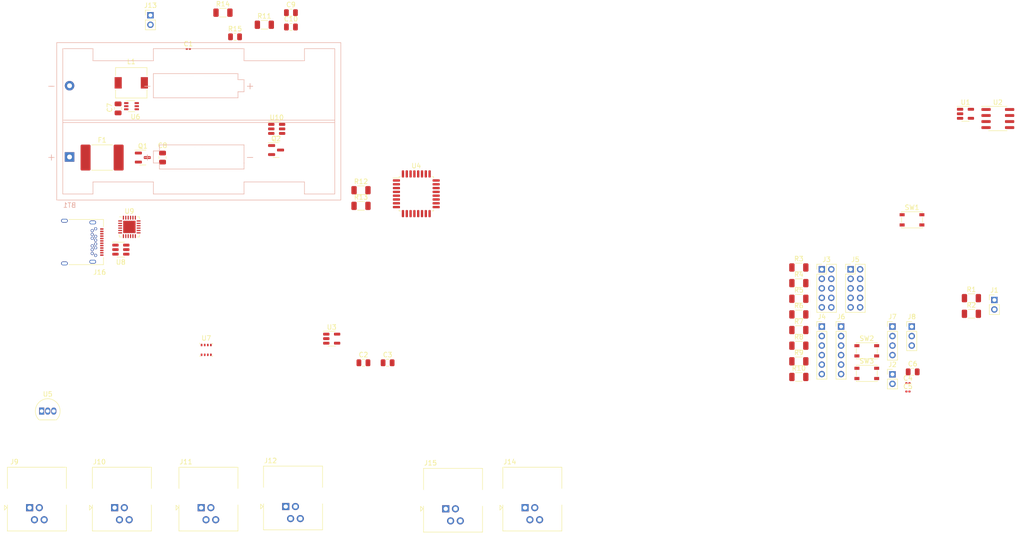
<source format=kicad_pcb>
(kicad_pcb (version 20221018) (generator pcbnew)
  (layers (0 "F.Cu" signal) (31 "B.Cu" signal) (34 "B.Paste" user) (35 "F.Paste" user) (36 "B.SilkS" user "B.Silkscreen") (37 "F.SilkS" user "F.Silkscreen") (38 "B.Mask" user) (39 "F.Mask" user) (44 "Edge.Cuts" user))
  (net 0 "")
  (net 1 "Net-(BT1-+)")
  (net 2 "GND")
  (net 3 "+3.3V")
  (net 4 "SENSOR_VDD")
  (net 5 "SWD_RESET")
  (net 6 "Net-(#FLG01-pwr)")
  (net 7 "+5V")
  (net 8 "Net-(Q1-D)")
  (net 9 "Net-(J2-Pin_2)")
  (net 10 "RF_RX")
  (net 11 "Sleep_Enable")
  (net 12 "I2C_SDA")
  (net 13 "5V_Enable")
  (net 14 "RF_TX")
  (net 15 "OneWire")
  (net 16 "I2C_SCL")
  (net 17 "SEN_ENABLE")
  (net 18 "SPI_SCK")
  (net 19 "SPI_MISO")
  (net 20 "SPI_MOSI")
  (net 21 "SPI_SS2")
  (net 24 "SWD_IO")
  (net 25 "BOOT0")
  (net 28 "WAKEUP_2")
  (net 53 "Net-(J16-GND-PadA1)")
  (net 56 "Net-(J16-VBUS-PadA4)")
  (net 72 "Net-(U6-L)")
  (net 73 "Net-(U3-~{OC})")
  (net 74 "WAKEUP_1")
  (net 75 "Net-(R10-Pad2)")
  (net 76 "/power_supply/VBAT_SENSE")
  (net 77 "Net-(U6-FB)")
  (net 78 "SPI_SS1")
  (net 82 "/USB/RX")
  (net 84 "/USB/TX")
  (net 109 "Net-(U9-GND-Pad2)")
  (footprint "Connector_PinHeader_2.00mm:PinHeader_1x04_P2.00mm_Vertical" (layer "F.Cu") (at 232.17 99.06)
    (fp_text reference "J7" (at 0 -2.06) (layer "F.SilkS"))
    (fp_text value "Conn_01x04_Pin")
    (pad "1" thru_hole rect (at 0 0) (size 1.35 1.35) (drill 0.8) (layers "*.Cu" "*.Mask") (net 3 "+3.3V"))
    (pad "2" thru_hole oval (at 0 2) (size 1.35 1.35) (drill 0.8) (layers "*.Cu" "*.Mask") (net 12 "I2C_SDA"))
    (pad "3" thru_hole oval (at 0 4) (size 1.35 1.35) (drill 0.8) (layers "*.Cu" "*.Mask") (net 16 "I2C_SCL"))
    (pad "4" thru_hole oval (at 0 6) (size 1.35 1.35) (drill 0.8) (layers "*.Cu" "*.Mask") (net 2 "GND"))
  )
  (footprint "Connector_PinHeader_2.00mm:PinHeader_1x06_P2.00mm_Vertical" (layer "F.Cu") (at 217.32 99.06)
    (fp_text reference "J4" (at 0 -2.06) (layer "F.SilkS"))
    (fp_text value "Conn_01x06_Pin")
    (pad "1" thru_hole rect (at 0 0) (size 1.35 1.35) (drill 0.8) (layers "*.Cu" "*.Mask") (net 3 "+3.3V"))
    (pad "2" thru_hole oval (at 0 2) (size 1.35 1.35) (drill 0.8) (layers "*.Cu" "*.Mask") (net 18 "SPI_SCK"))
    (pad "3" thru_hole oval (at 0 4) (size 1.35 1.35) (drill 0.8) (layers "*.Cu" "*.Mask") (net 19 "SPI_MISO"))
    (pad "4" thru_hole oval (at 0 6) (size 1.35 1.35) (drill 0.8) (layers "*.Cu" "*.Mask") (net 20 "SPI_MOSI"))
    (pad "5" thru_hole oval (at 0 8) (size 1.35 1.35) (drill 0.8) (layers "*.Cu" "*.Mask") (net 21 "SPI_SS2"))
    (pad "6" thru_hole oval (at 0 10) (size 1.35 1.35) (drill 0.8) (layers "*.Cu" "*.Mask") (net 2 "GND"))
  )
  (footprint "Button_Switch_SMD:SW_SPST_PTS810" (layer "F.Cu") (at 236.275 76.605)
    (fp_text reference "SW1" (at 0 -2.6) (layer "F.SilkS"))
    (fp_text value "SW_Push")
    (pad "1" smd rect (at -2.075 -1.075) (size 1.05 0.65) (layers "F.Cu" "F.Paste" "F.Mask") (net 3 "+3.3V"))
    (pad "1" smd rect (at 2.075 -1.075) (size 1.05 0.65) (layers "F.Cu" "F.Paste" "F.Mask") (net 3 "+3.3V"))
    (pad "2" smd rect (at -2.075 1.075) (size 1.05 0.65) (layers "F.Cu" "F.Paste" "F.Mask") (net 28 "WAKEUP_2"))
    (pad "2" smd rect (at 2.075 1.075) (size 1.05 0.65) (layers "F.Cu" "F.Paste" "F.Mask") (net 28 "WAKEUP_2"))
  )
  (footprint "Resistor_SMD:R_1206_3216Metric" (layer "F.Cu") (at 212.49 89.92)
    (fp_text reference "R4" (at 0 -1.82) (layer "F.SilkS"))
    (fp_text value "10K")
    (pad "1" smd roundrect (at -1.4625 0) (size 1.125 1.75) (layers "F.Cu" "F.Paste" "F.Mask") (roundrect_rratio 0.222222) (net 3 "+3.3V"))
    (pad "2" smd roundrect (at 1.4625 0) (size 1.125 1.75) (layers "F.Cu" "F.Paste" "F.Mask") (roundrect_rratio 0.222222) (net 16 "I2C_SCL"))
  )
  (footprint "Package_TO_SOT_SMD:Texas_R-PDSO-G6" (layer "F.Cu") (at 72.22 52.69)
    (fp_text reference "U6" (at 0.827005 2.240321) (layer "F.SilkS"))
    (fp_text value "TPS61222DCK")
    (pad "1" smd rect (at -1.1 -0.65) (size 0.9 0.4) (layers "F.Cu" "F.Paste" "F.Mask") (net 6 "Net-(#FLG01-pwr)"))
    (pad "2" smd rect (at -1.1 0) (size 0.9 0.4) (layers "F.Cu" "F.Paste" "F.Mask") (net 77 "Net-(U6-FB)"))
    (pad "3" smd rect (at -1.1 0.65) (size 0.9 0.4) (layers "F.Cu" "F.Paste" "F.Mask") (net 2 "GND"))
    (pad "4" smd rect (at 1.1 0.65) (size 0.9 0.4) (layers "F.Cu" "F.Paste" "F.Mask") (net 7 "+5V"))
    (pad "5" smd rect (at 1.1 0) (size 0.9 0.4) (layers "F.Cu" "F.Paste" "F.Mask") (net 72 "Net-(U6-L)"))
    (pad "6" smd rect (at 1.1 -0.65) (size 0.9 0.4) (layers "F.Cu" "F.Paste" "F.Mask") (net 13 "5V_Enable"))
  )
  (footprint "Resistor_SMD:R_1206_3216Metric" (layer "F.Cu") (at 120.4575 70.37)
    (fp_text reference "R12" (at 0 -1.82) (layer "F.SilkS"))
    (fp_text value "500K 1%")
    (pad "1" smd roundrect (at -1.4625 0) (size 1.125 1.75) (layers "F.Cu" "F.Paste" "F.Mask") (roundrect_rratio 0.222222) (net 3 "+3.3V"))
    (pad "2" smd roundrect (at 1.4625 0) (size 1.125 1.75) (layers "F.Cu" "F.Paste" "F.Mask") (roundrect_rratio 0.222222) (net 76 "/power_supply/VBAT_SENSE"))
  )
  (footprint "Package_QFP:LQFP-32_7x7mm_P0.8mm" (layer "F.Cu") (at 132.08 71.12)
    (fp_text reference "U4" (at 0 -5.88) (layer "F.SilkS"))
    (fp_text value "STM32G070KBT6")
    (pad "1" smd roundrect (at -4.175 -2.8) (size 1.5 0.5) (layers "F.Cu" "F.Paste" "F.Mask") (net 12 "I2C_SDA"))
    (pad "2" smd roundrect (at -4.175 -2) (size 1.5 0.5) (layers "F.Cu" "F.Paste" "F.Mask") (net 10 "RF_RX"))
    (pad "3" smd roundrect (at -4.175 -1.2) (size 1.5 0.5) (layers "F.Cu" "F.Paste" "F.Mask") (net 14 "RF_TX"))
    (pad "4" smd roundrect (at -4.175 -0.4) (size 1.5 0.5) (layers "F.Cu" "F.Paste" "F.Mask") (net 3 "+3.3V"))
    (pad "5" smd roundrect (at -4.175 0.4) (size 1.5 0.5) (layers "F.Cu" "F.Paste" "F.Mask") (net 2 "GND"))
    (pad "6" smd roundrect (at -4.175 1.2) (size 1.5 0.5) (layers "F.Cu" "F.Paste" "F.Mask") (net 5 "SWD_RESET"))
    (pad "7" smd roundrect (at -4.175 2) (size 1.5 0.5) (layers "F.Cu" "F.Paste" "F.Mask") (net 74 "WAKEUP_1"))
    (pad "8" smd roundrect (at -4.175 2.8) (size 1.5 0.5) (layers "F.Cu" "F.Paste" "F.Mask") (net 18 "SPI_SCK"))
    (pad "9" smd roundrect (at -2.8 4.175) (size 0.5 1.5) (layers "F.Cu" "F.Paste" "F.Mask"))
    (pad "10" smd roundrect (at -2 4.175) (size 0.5 1.5) (layers "F.Cu" "F.Paste" "F.Mask"))
    (pad "11" smd roundrect (at -1.2 4.175) (size 0.5 1.5) (layers "F.Cu" "F.Paste" "F.Mask") (net 28 "WAKEUP_2"))
    (pad "12" smd roundrect (at -0.4 4.175) (size 0.5 1.5) (layers "F.Cu" "F.Paste" "F.Mask") (net 76 "/power_supply/VBAT_SENSE"))
    (pad "13" smd roundrect (at 0.4 4.175) (size 0.5 1.5) (layers "F.Cu" "F.Paste" "F.Mask") (net 78 "SPI_SS1"))
    (pad "14" smd roundrect (at 1.2 4.175) (size 0.5 1.5) (layers "F.Cu" "F.Paste" "F.Mask") (net 21 "SPI_SS2"))
    (pad "15" smd roundrect (at 2 4.175) (size 0.5 1.5) (layers "F.Cu" "F.Paste" "F.Mask") (net 13 "5V_Enable"))
    (pad "16" smd roundrect (at 2.8 4.175) (size 0.5 1.5) (layers "F.Cu" "F.Paste" "F.Mask") (net 17 "SEN_ENABLE"))
    (pad "17" smd roundrect (at 4.175 2.8) (size 1.5 0.5) (layers "F.Cu" "F.Paste" "F.Mask") (net 11 "Sleep_Enable"))
    (pad "18" smd roundrect (at 4.175 2) (size 1.5 0.5) (layers "F.Cu" "F.Paste" "F.Mask") (net 15 "OneWire"))
    (pad "19" smd roundrect (at 4.175 1.2) (size 1.5 0.5) (layers "F.Cu" "F.Paste" "F.Mask") (net 82 "/USB/RX"))
    (pad "20" smd roundrect (at 4.175 0.4) (size 1.5 0.5) (layers "F.Cu" "F.Paste" "F.Mask"))
    (pad "21" smd roundrect (at 4.175 -0.4) (size 1.5 0.5) (layers "F.Cu" "F.Paste" "F.Mask") (net 84 "/USB/TX"))
    (pad "22" smd roundrect (at 4.175 -1.2) (size 1.5 0.5) (layers "F.Cu" "F.Paste" "F.Mask") (net 19 "SPI_MISO"))
    (pad "23" smd roundrect (at 4.175 -2) (size 1.5 0.5) (layers "F.Cu" "F.Paste" "F.Mask") (net 20 "SPI_MOSI"))
    (pad "24" smd roundrect (at 4.175 -2.8) (size 1.5 0.5) (layers "F.Cu" "F.Paste" "F.Mask") (net 24 "SWD_IO"))
    (pad "25" smd roundrect (at 2.8 -4.175) (size 0.5 1.5) (layers "F.Cu" "F.Paste" "F.Mask") (net 25 "BOOT0"))
    (pad "26" smd roundrect (at 2 -4.175) (size 0.5 1.5) (layers "F.Cu" "F.Paste" "F.Mask"))
    (pad "27" smd roundrect (at 1.2 -4.175) (size 0.5 1.5) (layers "F.Cu" "F.Paste" "F.Mask"))
    (pad "28" smd roundrect (at 0.4 -4.175) (size 0.5 1.5) (layers "F.Cu" "F.Paste" "F.Mask"))
    (pad "29" smd roundrect (at -0.4 -4.175) (size 0.5 1.5) (layers "F.Cu" "F.Paste" "F.Mask"))
    (pad "30" smd roundrect (at -1.2 -4.175) (size 0.5 1.5) (layers "F.Cu" "F.Paste" "F.Mask") (net 16 "I2C_SCL"))
    (pad "31" smd roundrect (at -2 -4.175) (size 0.5 1.5) (layers "F.Cu" "F.Paste" "F.Mask"))
    (pad "32" smd roundrect (at -2.8 -4.175) (size 0.5 1.5) (layers "F.Cu" "F.Paste" "F.Mask"))
  )
  (footprint "Resistor_SMD:R_1206_3216Metric" (layer "F.Cu") (at 212.49 109.66)
    (fp_text reference "R10" (at 0 -1.82) (layer "F.SilkS"))
    (fp_text value "1K")
    (pad "1" smd roundrect (at -1.4625 0) (size 1.125 1.75) (layers "F.Cu" "F.Paste" "F.Mask") (roundrect_rratio 0.222222) (net 5 "SWD_RESET"))
    (pad "2" smd roundrect (at 1.4625 0) (size 1.125 1.75) (layers "F.Cu" "F.Paste" "F.Mask") (roundrect_rratio 0.222222) (net 75 "Net-(R10-Pad2)"))
  )
  (footprint "Capacitor_SMD:C_0805_2012Metric" (layer "F.Cu") (at 120.97 106.68)
    (fp_text reference "C2" (at 0 -1.68) (layer "F.SilkS"))
    (fp_text value "10u")
    (pad "1" smd roundrect (at -0.95 0) (size 1 1.45) (layers "F.Cu" "F.Paste" "F.Mask") (net 4 "SENSOR_VDD"))
    (pad "2" smd roundrect (at 0.95 0) (size 1 1.45) (layers "F.Cu" "F.Paste" "F.Mask") (net 2 "GND"))
  )
  (footprint "Connector_RJ:RJ14_Connfly_DS1133-S4_Horizontal" (layer "F.Cu") (at 138.27 137.4)
    (fp_text reference "J15" (at -3.2 -9.64 180) (layer "F.SilkS"))
    (fp_text value "4P4C")
    (pad "" np_thru_hole circle (at -4.47 -2.3 180) (size 2.3 2.3) (drill 2.3) (layers "*.Cu" "*.Mask"))
    (pad "" np_thru_hole circle (at 7.53 -2.3 180) (size 2.3 2.3) (drill 2.3) (layers "*.Cu" "*.Mask"))
    (pad "1" thru_hole rect (at 0 0 180) (size 1.5 1.5) (drill 0.9) (layers "*.Cu" "*.Mask"))
    (pad "2" thru_hole circle (at 1.02 2.54 180) (size 1.5 1.5) (drill 0.9) (layers "*.Cu" "*.Mask"))
    (pad "3" thru_hole circle (at 2.04 0 180) (size 1.5 1.5) (drill 0.9) (layers "*.Cu" "*.Mask"))
    (pad "4" thru_hole circle (at 3.06 2.54 180) (size 1.5 1.5) (drill 0.9) (layers "*.Cu" "*.Mask"))
  )
  (footprint "Package_TO_SOT_SMD:SOT-23" (layer "F.Cu") (at 74.5975 63.5)
    (fp_text reference "Q1" (at 0 -2.4) (layer "F.SilkS"))
    (fp_text value "???")
    (pad "1" smd roundrect (at -0.9375 -0.95) (size 1.475 0.6) (layers "F.Cu" "F.Paste" "F.Mask") (net 2 "GND"))
    (pad "2" smd roundrect (at -0.9375 0.95) (size 1.475 0.6) (layers "F.Cu" "F.Paste" "F.Mask") (net 3 "+3.3V"))
    (pad "3" smd roundrect (at 0.9375 0) (size 1.475 0.6) (layers "F.Cu" "F.Paste" "F.Mask") (net 8 "Net-(Q1-D)"))
  )
  (footprint "Capacitor_SMD:C_0805_2012Metric" (layer "F.Cu") (at 126.05 106.68)
    (fp_text reference "C3" (at 0 -1.68) (layer "F.SilkS"))
    (fp_text value "100n")
    (pad "1" smd roundrect (at -0.95 0) (size 1 1.45) (layers "F.Cu" "F.Paste" "F.Mask") (net 4 "SENSOR_VDD"))
    (pad "2" smd roundrect (at 0.95 0) (size 1 1.45) (layers "F.Cu" "F.Paste" "F.Mask") (net 2 "GND"))
  )
  (footprint "Resistor_SMD:R_1206_3216Metric" (layer "F.Cu") (at 91.44 33.02)
    (fp_text reference "R14" (at 0 -1.82) (layer "F.SilkS"))
    (fp_text value "?? 1%")
    (pad "1" smd roundrect (at -1.4625 0) (size 1.125 1.75) (layers "F.Cu" "F.Paste" "F.Mask") (roundrect_rratio 0.222222) (net 7 "+5V"))
    (pad "2" smd roundrect (at 1.4625 0) (size 1.125 1.75) (layers "F.Cu" "F.Paste" "F.Mask") (roundrect_rratio 0.222222) (net 77 "Net-(U6-FB)"))
  )
  (footprint "Connector_PinHeader_2.00mm:PinHeader_2x05_P2.00mm_Vertical" (layer "F.Cu") (at 217.32 87.01)
    (fp_text reference "J3" (at 1 -2.06) (layer "F.SilkS"))
    (fp_text value "Conn_02x05_Top_Bottom")
    (pad "1" thru_hole rect (at 0 0) (size 1.35 1.35) (drill 0.8) (layers "*.Cu" "*.Mask") (net 10 "RF_RX"))
    (pad "2" thru_hole oval (at 2 0) (size 1.35 1.35) (drill 0.8) (layers "*.Cu" "*.Mask") (net 11 "Sleep_Enable"))
    (pad "3" thru_hole oval (at 0 2) (size 1.35 1.35) (drill 0.8) (layers "*.Cu" "*.Mask") (net 12 "I2C_SDA"))
    (pad "4" thru_hole oval (at 2 2) (size 1.35 1.35) (drill 0.8) (layers "*.Cu" "*.Mask") (net 13 "5V_Enable"))
    (pad "5" thru_hole oval (at 0 4) (size 1.35 1.35) (drill 0.8) (layers "*.Cu" "*.Mask") (net 2 "GND"))
    (pad "6" thru_hole oval (at 2 4) (size 1.35 1.35) (drill 0.8) (layers "*.Cu" "*.Mask") (net 14 "RF_TX"))
    (pad "7" thru_hole oval (at 0 6) (size 1.35 1.35) (drill 0.8) (layers "*.Cu" "*.Mask") (net 15 "OneWire"))
    (pad "8" thru_hole oval (at 2 6) (size 1.35 1.35) (drill 0.8) (layers "*.Cu" "*.Mask") (net 16 "I2C_SCL"))
    (pad "9" thru_hole oval (at 0 8) (size 1.35 1.35) (drill 0.8) (layers "*.Cu" "*.Mask") (net 17 "SEN_ENABLE"))
    (pad "10" thru_hole oval (at 2 8) (size 1.35 1.35) (drill 0.8) (layers "*.Cu" "*.Mask") (net 2 "GND"))
  )
  (footprint "Resistor_SMD:R_1206_3216Metric" (layer "F.Cu") (at 212.49 106.37)
    (fp_text reference "R9" (at 0 -1.82) (layer "F.SilkS"))
    (fp_text value "10K")
    (pad "1" smd roundrect (at -1.4625 0) (size 1.125 1.75) (layers "F.Cu" "F.Paste" "F.Mask") (roundrect_rratio 0.222222) (net 3 "+3.3V"))
    (pad "2" smd roundrect (at 1.4625 0) (size 1.125 1.75) (layers "F.Cu" "F.Paste" "F.Mask") (roundrect_rratio 0.222222) (net 5 "SWD_RESET"))
  )
  (footprint "Capacitor_SMD:C_0805_2012Metric" (layer "F.Cu") (at 236.42 108.59)
    (fp_text reference "C6" (at 0 -1.68) (layer "F.SilkS"))
    (fp_text value "1uF")
    (pad "1" smd roundrect (at -0.95 0) (size 1 1.45) (layers "F.Cu" "F.Paste" "F.Mask") (net 3 "+3.3V"))
    (pad "2" smd roundrect (at 0.95 0) (size 1 1.45) (layers "F.Cu" "F.Paste" "F.Mask") (net 2 "GND"))
  )
  (footprint "Capacitor_SMD:C_0201_0603Metric" (layer "F.Cu") (at 235.42 110.97)
    (fp_text reference "C4" (at 0 -1.05) (layer "F.SilkS"))
    (fp_text value "100nF")
    (pad "1" smd roundrect (at -0.32 0) (size 0.46 0.4) (layers "F.Cu" "F.Mask") (net 3 "+3.3V"))
    (pad "2" smd roundrect (at 0.32 0) (size 0.46 0.4) (layers "F.Cu" "F.Mask") (net 2 "GND"))
  )
  (footprint "Package_TO_SOT_SMD:SOT-23" (layer "F.Cu") (at 102.6075 61.92)
    (fp_text reference "Q2" (at 0 -2.4) (layer "F.SilkS"))
    (fp_text value "DMG3415")
    (pad "1" smd roundrect (at -0.9375 -0.95) (size 1.475 0.6) (layers "F.Cu" "F.Paste" "F.Mask"))
    (pad "2" smd roundrect (at -0.9375 0.95) (size 1.475 0.6) (layers "F.Cu" "F.Paste" "F.Mask"))
    (pad "3" smd roundrect (at 0.9375 0) (size 1.475 0.6) (layers "F.Cu" "F.Paste" "F.Mask"))
  )
  (footprint "Button_Switch_SMD:SW_SPST_PTS810" (layer "F.Cu") (at 226.77 108.91)
    (fp_text reference "SW3" (at 0 -2.6) (layer "F.SilkS"))
    (fp_text value "SW_Push")
    (pad "1" smd rect (at -2.075 -1.075) (size 1.05 0.65) (layers "F.Cu" "F.Paste" "F.Mask") (net 75 "Net-(R10-Pad2)"))
    (pad "1" smd rect (at 2.075 -1.075) (size 1.05 0.65) (layers "F.Cu" "F.Paste" "F.Mask") (net 75 "Net-(R10-Pad2)"))
    (pad "2" smd rect (at -2.075 1.075) (size 1.05 0.65) (layers "F.Cu" "F.Paste" "F.Mask") (net 2 "GND"))
    (pad "2" smd rect (at 2.075 1.075) (size 1.05 0.65) (layers "F.Cu" "F.Paste" "F.Mask") (net 2 "GND"))
  )
  (footprint "Capacitor_SMD:C_0805_2012Metric" (layer "F.Cu") (at 78.74 63.5 90)
    (fp_text reference "C8" (at 2.54 0 180) (layer "F.SilkS"))
    (fp_text value "10u")
    (pad "1" smd roundrect (at -0.95 0 90) (size 1 1.45) (layers "F.Cu" "F.Paste" "F.Mask") (net 3 "+3.3V"))
    (pad "2" smd roundrect (at 0.95 0 90) (size 1 1.45) (layers "F.Cu" "F.Paste" "F.Mask") (net 2 "GND"))
  )
  (footprint "Resistor_SMD:R_1206_3216Metric" (layer "F.Cu") (at 212.49 93.21)
    (fp_text reference "R5" (at 0 -1.82) (layer "F.SilkS"))
    (fp_text value "10K")
    (pad "1" smd roundrect (at -1.4625 0) (size 1.125 1.75) (layers "F.Cu" "F.Paste" "F.Mask") (roundrect_rratio 0.222222) (net 15 "OneWire"))
    (pad "2" smd roundrect (at 1.4625 0) (size 1.125 1.75) (layers "F.Cu" "F.Paste" "F.Mask") (roundrect_rratio 0.222222) (net 3 "+3.3V"))
  )
  (footprint "Resistor_SMD:R_1206_3216Metric" (layer "F.Cu") (at 248.76 93.08)
    (fp_text reference "R1" (at 0 -1.82) (layer "F.SilkS"))
    (fp_text value "10K")
    (pad "1" smd roundrect (at -1.4625 0) (size 1.125 1.75) (layers "F.Cu" "F.Paste" "F.Mask") (roundrect_rratio 0.222222) (net 3 "+3.3V"))
    (pad "2" smd roundrect (at 1.4625 0) (size 1.125 1.75) (layers "F.Cu" "F.Paste" "F.Mask") (roundrect_rratio 0.222222) (net 17 "SEN_ENABLE"))
  )
  (footprint "Connector_PinHeader_2.00mm:PinHeader_1x02_P2.00mm_Vertical" (layer "F.Cu") (at 76.2 33.56)
    (fp_text reference "J13" (at 0 -2.06) (layer "F.SilkS"))
    (fp_text value "Conn_01x02_Pin")
    (pad "1" thru_hole rect (at 0 0) (size 1.35 1.35) (drill 0.8) (layers "*.Cu" "*.Mask") (net 3 "+3.3V"))
    (pad "2" thru_hole oval (at 0 2) (size 1.35 1.35) (drill 0.8) (layers "*.Cu" "*.Mask") (net 6 "Net-(#FLG01-pwr)"))
  )
  (footprint "Capacitor_SMD:C_0805_2012Metric" (layer "F.Cu") (at 105.73 33.02)
    (fp_text reference "C9" (at 0 -1.68) (layer "F.SilkS"))
    (fp_text value "10u")
    (pad "1" smd roundrect (at -0.95 0) (size 1 1.45) (layers "F.Cu" "F.Paste" "F.Mask") (net 7 "+5V"))
    (pad "2" smd roundrect (at 0.95 0) (size 1 1.45) (layers "F.Cu" "F.Paste" "F.Mask") (net 2 "GND"))
  )
  (footprint "Capacitor_SMD:C_0805_2012Metric" (layer "F.Cu") (at 105.73 36.03)
    (fp_text reference "C10" (at 0 -1.68) (layer "F.SilkS"))
    (fp_text value "100n")
    (pad "1" smd roundrect (at -0.95 0) (size 1 1.45) (layers "F.Cu" "F.Paste" "F.Mask") (net 7 "+5V"))
    (pad "2" smd roundrect (at 0.95 0) (size 1 1.45) (layers "F.Cu" "F.Paste" "F.Mask") (net 2 "GND"))
  )
  (footprint "Resistor_SMD:R_1206_3216Metric" (layer "F.Cu") (at 212.49 99.79)
    (fp_text reference "R7" (at 0 -1.82) (layer "F.SilkS"))
    (fp_text value "10K")
    (pad "1" smd roundrect (at -1.4625 0) (size 1.125 1.75) (layers "F.Cu" "F.Paste" "F.Mask") (roundrect_rratio 0.222222) (net 74 "WAKEUP_1"))
    (pad "2" smd roundrect (at 1.4625 0) (size 1.125 1.75) (layers "F.Cu" "F.Paste" "F.Mask") (roundrect_rratio 0.222222) (net 2 "GND"))
  )
  (footprint "Capacitor_SMD:C_0201_0603Metric" (layer "F.Cu") (at 235.42 112.72)
    (fp_text reference "C5" (at 0 -1.05) (layer "F.SilkS"))
    (fp_text value "100nF")
    (pad "1" smd roundrect (at -0.32 0) (size 0.46 0.4) (layers "F.Cu" "F.Mask") (net 5 "SWD_RESET"))
    (pad "2" smd roundrect (at 0.32 0) (size 0.46 0.4) (layers "F.Cu" "F.Mask") (net 2 "GND"))
  )
  (footprint "Connector_RJ:RJ14_Connfly_DS1133-S4_Horizontal" (layer "F.Cu") (at 68.67 137.16)
    (fp_text reference "J10" (at -3.2 -9.64 180) (layer "F.SilkS"))
    (fp_text value "4P4C")
    (pad "" np_thru_hole circle (at -4.47 -2.3 180) (size 2.3 2.3) (drill 2.3) (layers "*.Cu" "*.Mask"))
    (pad "" np_thru_hole circle (at 7.53 -2.3 180) (size 2.3 2.3) (drill 2.3) (layers "*.Cu" "*.Mask"))
    (pad "1" thru_hole rect (at 0 0 180) (size 1.5 1.5) (drill 0.9) (layers "*.Cu" "*.Mask"))
    (pad "2" thru_hole circle (at 1.02 2.54 180) (size 1.5 1.5) (drill 0.9) (layers "*.Cu" "*.Mask"))
    (pad "3" thru_hole circle (at 2.04 0 180) (size 1.5 1.5) (drill 0.9) (layers "*.Cu" "*.Mask"))
    (pad "4" thru_hole circle (at 3.06 2.54 180) (size 1.5 1.5) (drill 0.9) (layers "*.Cu" "*.Mask"))
  )
  (footprint "Resistor_SMD:R_1206_3216Metric" (layer "F.Cu") (at 212.49 103.08)
    (fp_text reference "R8" (at 0 -1.82) (layer "F.SilkS"))
    (fp_text value "10K")
    (pad "1" smd roundrect (at -1.4625 0) (size 1.125 1.75) (layers "F.Cu" "F.Paste" "F.Mask") (roundrect_rratio 0.222222) (net 25 "BOOT0"))
    (pad "2" smd roundrect (at 1.4625 0) (size 1.125 1.75) (layers "F.Cu" "F.Paste" "F.Mask") (roundrect_rratio 0.222222) (net 2 "GND"))
  )
  (footprint "Connector_RJ:RJ14_Connfly_DS1133-S4_Horizontal" (layer "F.Cu") (at 104.64 136.92)
    (fp_text reference "J12" (at -3.2 -9.64 180) (layer "F.SilkS"))
    (fp_text value "4P4C")
    (pad "" np_thru_hole circle (at -4.47 -2.3 180) (size 2.3 2.3) (drill 2.3) (layers "*.Cu" "*.Mask"))
    (pad "" np_thru_hole circle (at 7.53 -2.3 180) (size 2.3 2.3) (drill 2.3) (layers "*.Cu" "*.Mask"))
    (pad "1" thru_hole rect (at 0 0 180) (size 1.5 1.5) (drill 0.9) (layers "*.Cu" "*.Mask"))
    (pad "2" thru_hole circle (at 1.02 2.54 180) (size 1.5 1.5) (drill 0.9) (layers "*.Cu" "*.Mask"))
    (pad "3" thru_hole circle (at 2.04 0 180) (size 1.5 1.5) (drill 0.9) (layers "*.Cu" "*.Mask"))
    (pad "4" thru_hole circle (at 3.06 2.54 180) (size 1.5 1.5) (drill 0.9) (layers "*.Cu" "*.Mask"))
  )
  (footprint "Package_TO_SOT_SMD:SOT-23-5" (layer "F.Cu") (at 114.3 101.6)
    (fp_text reference "U3" (at 0 -2.4) (layer "F.SilkS"))
    (fp_text value "TPS2041B")
    (pad "1" smd roundrect (at -1.1375 -0.95) (size 1.325 0.6) (layers "F.Cu" "F.Paste" "F.Mask") (net 4 "SENSOR_VDD"))
    (pad "2" smd roundrect (at -1.1375 0) (size 1.325 0.6) (layers "F.Cu" "F.Paste" "F.Mask") (net 2 "GND"))
    (pad "3" smd roundrect (at -1.1375 0.95) (size 1.325 0.6) (layers "F.Cu" "F.Paste" "F.Mask") (net 73 "Net-(U3-~{OC})"))
    (pad "4" smd roundrect (at 1.1375 0.95) (size 1.325 0.6) (layers "F.Cu" "F.Paste" "F.Mask") (net 17 "SEN_ENABLE"))
    (pad "5" smd roundrect (at 1.1375 -0.95) (size 1.325 0.6) (layers "F.Cu" "F.Paste" "F.Mask") (net 3 "+3.3V"))
  )
  (footprint "Connector_PinHeader_2.00mm:PinHeader_1x02_P2.00mm_Vertical" (layer "F.Cu") (at 232.17 109.11)
    (fp_text reference "J2" (at 0 -2.06) (layer "F.SilkS"))
    (fp_text value "Conn_01x02_Pin")
    (pad "1" thru_hole rect (at 0 0) (size 1.35 1.35) (drill 0.8) (layers "*.Cu" "*.Mask") (net 3 "+3.3V"))
    (pad "2" thru_hole oval (at 0 2) (size 1.35 1.35) (drill 0.8) (layers "*.Cu" "*.Mask") (net 9 "Net-(J2-Pin_2)"))
  )
  (footprint "Inductor_SMD:L_6.3x6.3_H3" (layer "F.Cu") (at 72.16935 47.777652)
    (fp_text reference "L1" (at 0 -4.45) (layer "F.SilkS"))
    (fp_text value "4,7uH")
    (pad "1" smd rect (at -2.75 0) (size 1.5 2.4) (layers "F.Cu" "F.Paste" "F.Mask") (net 6 "Net-(#FLG01-pwr)"))
    (pad "2" smd rect (at 2.75 0) (size 1.5 2.4) (layers "F.Cu" "F.Paste" "F.Mask") (net 72 "Net-(U6-L)"))
  )
  (footprint "Package_LGA:Bosch_LGA-8_2.5x2.5mm_P0.65mm_ClockwisePinNumbering" (layer "F.Cu") (at 87.925 103.97)
    (fp_text reference "U7" (at 0.015 -2.465) (layer "F.SilkS"))
    (fp_text value "BME280")
    (pad "1" smd rect (at -0.975 -1.025 90) (size 0.5 0.35) (layers "F.Cu" "F.Paste" "F.Mask"))
    (pad "2" smd rect (at -0.325 -1.025 90) (size 0.5 0.35) (layers "F.Cu" "F.Paste" "F.Mask"))
    (pad "3" smd rect (at 0.325 -1.025 90) (size 0.5 0.35) (layers "F.Cu" "F.Paste" "F.Mask"))
    (pad "4" smd rect (at 0.975 -1.025 90) (size 0.5 0.35) (layers "F.Cu" "F.Paste" "F.Mask"))
    (pad "5" smd rect (at 0.975 1.025 90) (size 0.5 0.35) (layers "F.Cu" "F.Paste" "F.Mask"))
    (pad "6" smd rect (at 0.325 1.025 90) (size 0.5 0.35) (layers "F.Cu" "F.Paste" "F.Mask"))
    (pad "7" smd rect (at -0.325 1.025 90) (size 0.5 0.35) (layers "F.Cu" "F.Paste" "F.Mask"))
    (pad "8" smd rect (at -0.975 1.025 90) (size 0.5 0.35) (layers "F.Cu" "F.Paste" "F.Mask"))
  )
  (footprint "Package_TO_SOT_SMD:SOT-23-5" (layer "F.Cu") (at 247.5175 54.29)
    (fp_text reference "U1" (at 0 -2.4) (layer "F.SilkS"))
    (fp_text value "24AA02-OT")
    (pad "1" smd roundrect (at -1.1375 -0.95) (size 1.325 0.6) (layers "F.Cu" "F.Paste" "F.Mask") (net 16 "I2C_SCL"))
    (pad "2" smd roundrect (at -1.1375 0) (size 1.325 0.6) (layers "F.Cu" "F.Paste" "F.Mask") (net 2 "GND"))
    (pad "3" smd roundrect (at -1.1375 0.95) (size 1.325 0.6) (layers "F.Cu" "F.Paste" "F.Mask") (net 12 "I2C_SDA"))
    (pad "4" smd roundrect (at 1.1375 0.95) (size 1.325 0.6) (layers "F.Cu" "F.Paste" "F.Mask") (net 3 "+3.3V"))
    (pad "5" smd roundrect (at 1.1375 -0.95) (size 1.325 0.6) (layers "F.Cu" "F.Paste" "F.Mask") (net 2 "GND"))
  )
  (footprint "Connector_PinHeader_2.00mm:PinHeader_1x02_P2.00mm_Vertical" (layer "F.Cu") (at 253.59 93.46)
    (fp_text reference "J1" (at 0 -2.06) (layer "F.SilkS"))
    (fp_text value "Conn_01x02_Pin")
    (pad "1" thru_hole rect (at 0 0) (size 1.35 1.35) (drill 0.8) (layers "*.Cu" "*.Mask") (net 3 "+3.3V"))
    (pad "2" thru_hole oval (at 0 2) (size 1.35 1.35) (drill 0.8) (layers "*.Cu" "*.Mask") (net 3 "+3.3V"))
  )
  (footprint "Resistor_SMD:R_1206_3216Metric" (layer "F.Cu") (at 212.49 86.63)
    (fp_text reference "R3" (at 0 -1.82) (layer "F.SilkS"))
    (fp_text value "10K")
    (pad "1" smd roundrect (at -1.4625 0) (size 1.125 1.75) (layers "F.Cu" "F.Paste" "F.Mask") (roundrect_rratio 0.222222) (net 3 "+3.3V"))
    (pad "2" smd roundrect (at 1.4625 0) (size 1.125 1.75) (layers "F.Cu" "F.Paste" "F.Mask") (roundrect_rratio 0.222222) (net 12 "I2C_SDA"))
  )
  (footprint "Button_Switch_SMD:SW_SPST_PTS810" (layer "F.Cu") (at 226.77 104.16)
    (fp_text reference "SW2" (at 0 -2.6) (layer "F.SilkS"))
    (fp_text value "SW_Push")
    (pad "1" smd rect (at -2.075 -1.075) (size 1.05 0.65) (layers "F.Cu" "F.Paste" "F.Mask") (net 3 "+3.3V"))
    (pad "1" smd rect (at 2.075 -1.075) (size 1.05 0.65) (layers "F.Cu" "F.Paste" "F.Mask") (net 3 "+3.3V"))
    (pad "2" smd rect (at -2.075 1.075) (size 1.05 0.65) (layers "F.Cu" "F.Paste" "F.Mask") (net 25 "BOOT0"))
    (pad "2" smd rect (at 2.075 1.075) (size 1.05 0.65) (layers "F.Cu" "F.Paste" "F.Mask") (net 25 "BOOT0"))
  )
  (footprint "Capacitor_SMD:C_0805_2012Metric" (layer "F.Cu") (at 69.394808 53.156602 -90)
    (fp_text reference "C7" (at -0.160811 1.764487 90) (layer "F.SilkS"))
    (fp_text value "10u")
    (pad "1" smd roundrect (at -0.95 0 270) (size 1 1.45) (layers "F.Cu" "F.Paste" "F.Mask") (net 6 "Net-(#FLG01-pwr)"))
    (pad "2" smd roundrect (at 0.95 0 270) (size 1 1.45) (layers "F.Cu" "F.Paste" "F.Mask") (net 2 "GND"))
  )
  (footprint "Capacitor_SMD:C_0805_2012Metric" (layer "F.Cu") (at 93.98 38.1)
    (fp_text reference "R15" (at 0 -1.68) (layer "F.SilkS"))
    (fp_text value "?? 1%")
    (pad "1" smd roundrect (at -0.95 0) (size 1 1.45) (layers "F.Cu" "F.Paste" "F.Mask") (net 77 "Net-(U6-FB)"))
    (pad "2" smd roundrect (at 0.95 0) (size 1 1.45) (layers "F.Cu" "F.Paste" "F.Mask") (net 2 "GND"))
  )
  (footprint "Capacitor_SMD:C_0201_0603Metric" (layer "F.Cu") (at 84.165 40.64)
    (fp_text reference "C1" (at 0 -1.05) (layer "F.SilkS"))
    (fp_text value "100n")
    (pad "1" smd roundrect (at -0.32 0) (size 0.46 0.4) (layers "F.Cu" "F.Mask") (net 3 "+3.3V"))
    (pad "2" smd roundrect (at 0.32 0) (size 0.46 0.4) (layers "F.Cu" "F.Mask") (net 2 "GND"))
  )
  (footprint "Resistor_SMD:R_1206_3216Metric" (layer "F.Cu") (at 120.4575 73.66)
    (fp_text reference "R13" (at 0 -1.82) (layer "F.SilkS"))
    (fp_text value "500K 1%")
    (pad "1" smd roundrect (at -1.4625 0) (size 1.125 1.75) (layers "F.Cu" "F.Paste" "F.Mask") (roundrect_rratio 0.222222) (net 76 "/power_supply/VBAT_SENSE"))
    (pad "2" smd roundrect (at 1.4625 0) (size 1.125 1.75) (layers "F.Cu" "F.Paste" "F.Mask") (roundrect_rratio 0.222222) (net 2 "GND"))
  )
  (footprint "Connector_PinHeader_2.00mm:PinHeader_1x03_P2.00mm_Vertical" (layer "F.Cu") (at 236.22 99.06)
    (fp_text reference "J8" (at 0 -2.06) (layer "F.SilkS"))
    (fp_text value "Conn_01x02_Pin")
    (pad "1" thru_hole rect (at 0 0) (size 1.35 1.35) (drill 0.8) (layers "*.Cu" "*.Mask") (net 3 "+3.3V"))
    (pad "2" thru_hole oval (at 0 2) (size 1.35 1.35) (drill 0.8) (layers "*.Cu" "*.Mask") (net 28 "WAKEUP_2"))
    (pad "3" thru_hole oval (at 0 4) (size 1.35 1.35) (drill 0.8) (layers "*.Cu" "*.Mask") (net 2 "GND"))
  )
  (footprint "Package_SO:SOIC-8_3.9x4.9mm_P1.27mm" (layer "F.Cu") (at 254.3175 55.29)
    (fp_text reference "U2" (at 0 -3.4) (layer "F.SilkS"))
    (fp_text value "23A256")
    (pad "1" smd roundrect (at -2.475 -1.905) (size 1.95 0.6) (layers "F.Cu" "F.Paste" "F.Mask") (net 78 "SPI_SS1"))
    (pad "2" smd roundrect (at -2.475 -0.635) (size 1.95 0.6) (layers "F.Cu" "F.Paste" "F.Mask") (net 19 "SPI_MISO"))
    (pad "3" smd roundrect (at -2.475 0.635) (size 1.95 0.6) (layers "F.Cu" "F.Paste" "F.Mask"))
    (pad "4" smd roundrect (at -2.475 1.905) (size 1.95 0.6) (layers "F.Cu" "F.Paste" "F.Mask") (net 2 "GND"))
    (pad "5" smd roundrect (at 2.475 1.905) (size 1.95 0.6) (layers "F.Cu" "F.Paste" "F.Mask") (net 20 "SPI_MOSI"))
    (pad "6" smd roundrect (at 2.475 0.635) (size 1.95 0.6) (layers "F.Cu" "F.Paste" "F.Mask") (net 18 "SPI_SCK"))
    (pad "7" smd roundrect (at 2.475 -0.635) (size 1.95 0.6) (layers "F.Cu" "F.Paste" "F.Mask") (net 3 "+3.3V"))
    (pad "8" smd roundrect (at 2.475 -1.905) (size 1.95 0.6) (layers "F.Cu" "F.Paste" "F.Mask") (net 3 "+3.3V"))
  )
  (footprint "Connector_PinHeader_2.00mm:PinHeader_2x05_P2.00mm_Vertical" (layer "F.Cu") (at 223.37 87.01)
    (fp_text reference "J5" (at 1 -2.06) (layer "F.SilkS"))
    (fp_text value "Conn_02x05_Top_Bottom")
    (pad "1" thru_hole rect (at 0 0) (size 1.35 1.35) (drill 0.8) (layers "*.Cu" "*.Mask") (net 5 "SWD_RESET"))
    (pad "2" thru_hole oval (at 2 0) (size 1.35 1.35) (drill 0.8) (layers "*.Cu" "*.Mask") (net 2 "GND"))
    (pad "3" thru_hole oval (at 0 2) (size 1.35 1.35) (drill 0.8) (layers "*.Cu" "*.Mask"))
    (pad "4" thru_hole oval (at 2 2) (size 1.35 1.35) (drill 0.8) (layers "*.Cu" "*.Mask") (net 9 "Net-(J2-Pin_2)"))
    (pad "5" thru_hole oval (at 0 4) (size 1.35 1.35) (drill 0.8) (layers "*.Cu" "*.Mask"))
    (pad "6" thru_hole oval (at 2 4) (size 1.35 1.35) (drill 0.8) (layers "*.Cu" "*.Mask") (net 24 "SWD_IO"))
    (pad "7" thru_hole oval (at 0 6) (size 1.35 1.35) (drill 0.8) (layers "*.Cu" "*.Mask") (net 2 "GND"))
    (pad "8" thru_hole oval (at 2 6) (size 1.35 1.35) (drill 0.8) (layers "*.Cu" "*.Mask") (net 25 "BOOT0"))
    (pad "9" thru_hole oval (at 0 8) (size 1.35 1.35) (drill 0.8) (layers "*.Cu" "*.Mask") (net 9 "Net-(J2-Pin_2)"))
    (pad "10" thru_hole oval (at 2 8) (size 1.35 1.35) (drill 0.8) (layers "*.Cu" "*.Mask"))
  )
  (footprint "Resistor_SMD:R_1206_3216Metric" (layer "F.Cu") (at 212.49 96.5)
    (fp_text reference "R6" (at 0 -1.82) (layer "F.SilkS"))
    (fp_text value "10K")
    (pad "1" smd roundrect (at -1.4625 0) (size 1.125 1.75) (layers "F.Cu" "F.Paste" "F.Mask") (roundrect_rratio 0.222222) (net 28 "WAKEUP_2"))
    (pad "2" smd roundrect (at 1.4625 0) (size 1.125 1.75) (layers "F.Cu" "F.Paste" "F.Mask") (roundrect_rratio 0.222222) (net 2 "GND"))
  )
  (footprint "Package_TO_SOT_SMD:SOT-23-6" (layer "F.Cu") (at 102.7375 57.47)
    (fp_text reference "U10" (at 0 -2.4) (layer "F.SilkS"))
    (fp_text value "TPL5110")
    (pad "1" smd roundrect (at -1.1375 -0.95) (size 1.325 0.6) (layers "F.Cu" "F.Paste" "F.Mask"))
    (pad "2" smd roundrect (at -1.1375 0) (size 1.325 0.6) (layers "F.Cu" "F.Paste" "F.Mask"))
    (pad "3" smd roundrect (at -1.1375 0.95) (size 1.325 0.6) (layers "F.Cu" "F.Paste" "F.Mask"))
    (pad "4" smd roundrect (at 1.1375 0.95) (size 1.325 0.6) (layers "F.Cu" "F.Paste" "F.Mask"))
    (pad "5" smd roundrect (at 1.1375 0) (size 1.325 0.6) (layers "F.Cu" "F.Paste" "F.Mask"))
    (pad "6" smd roundrect (at 1.1375 -0.95) (size 1.325 0.6) (layers "F.Cu" "F.Paste" "F.Mask"))
  )
  (footprint "Package_TO_SOT_SMD:SOT-23-6" (layer "F.Cu") (at 69.9825 82.87)
    (fp_text reference "U8" (at -0.012391 2.651823) (layer "F.SilkS"))
    (fp_text value "USBLC6-4SC6")
    (pad "1" smd roundrect (at -1.1375 -0.95) (size 1.325 0.6) (layers "F.Cu" "F.Paste" "F.Mask"))
    (pad "2" smd roundrect (at -1.1375 0) (size 1.325 0.6) (layers "F.Cu" "F.Paste" "F.Mask"))
    (pad "3" smd roundrect (at -1.1375 0.95) (size 1.325 0.6) (layers "F.Cu" "F.Paste" "F.Mask"))
    (pad "4" smd roundrect (at 1.1375 0.95) (size 1.325 0.6) (layers "F.Cu" "F.Paste" "F.Mask"))
    (pad "5" smd roundrect (at 1.1375 0) (size 1.325 0.6) (layers "F.Cu" "F.Paste" "F.Mask"))
    (pad "6" smd roundrect (at 1.1375 -0.95) (size 1.325 0.6) (layers "F.Cu" "F.Paste" "F.Mask"))
  )
  (footprint "Fuse:Fuse_2920_7451Metric_Pad2.10x5.45mm_HandSolder" (layer "F.Cu") (at 66.04 63.5)
    (fp_text reference "F1" (at 0 -3.68) (layer "F.SilkS"))
    (fp_text value "Fuse")
    (pad "1" smd roundrect (at -3.475 0) (size 2.1 5.45) (layers "F.Cu" "F.Paste" "F.Mask") (roundrect_rratio 0.119048) (net 1 "Net-(BT1-+)"))
    (pad "2" smd roundrect (at 3.475 0) (size 2.1 5.45) (layers "F.Cu" "F.Paste" "F.Mask") (roundrect_rratio 0.119048) (net 8 "Net-(Q1-D)"))
  )
  (footprint "Resistor_SMD:R_1206_3216Metric" (layer "F.Cu") (at 100.1375 35.56)
    (fp_text reference "R11" (at 0 -1.82) (layer "F.SilkS"))
    (fp_text value "47k?")
    (pad "1" smd roundrect (at -1.4625 0) (size 1.125 1.75) (layers "F.Cu" "F.Paste" "F.Mask") (roundrect_rratio 0.222222) (net 13 "5V_Enable"))
    (pad "2" smd roundrect (at 1.4625 0) (size 1.125 1.75) (layers "F.Cu" "F.Paste" "F.Mask") (roundrect_rratio 0.222222) (net 2 "GND"))
  )
  (footprint "Connector_USB:USB_C_Receptacle_Amphenol_12401548E4-2A" (layer "F.Cu") (at 60.96 81.28 -90)
    (fp_text reference "J16" (at 6.359677 -4.554865 -180) (layer "F.SilkS"))
    (fp_text value "USB_C_Receptacle")
    (pad "" np_thru_hole circle (at -3.6 -4.36 270) (size 0.65 0.65) (drill 0.65) (layers "*.Cu" "*.Mask"))
    (pad "" np_thru_hole oval (at 3.6 -4.36 270) (size 0.95 0.65) (drill oval 0.95 0.65) (layers "*.Cu" "*.Mask"))
    (pad "A1" smd rect (at -2.75 -5.02 270) (size 0.3 0.7) (layers "F.Cu" "F.Paste" "F.Mask") (net 53 "Net-(J16-GND-PadA1)"))
    (pad "A2" smd rect (at -2.25 -5.02 270) (size 0.3 0.7) (layers "F.Cu" "F.Paste" "F.Mask"))
    (pad "A3" smd rect (at -1.75 -5.02 270) (size 0.3 0.7) (layers "F.Cu" "F.Paste" "F.Mask"))
    (pad "A4" smd rect (at -1.25 -5.02 270) (size 0.3 0.7) (layers "F.Cu" "F.Paste" "F.Mask") (net 56 "Net-(J16-VBUS-PadA4)"))
    (pad "A5" smd rect (at -0.75 -5.02 270) (size 0.3 0.7) (layers "F.Cu" "F.Paste" "F.Mask"))
    (pad "A6" smd rect (at -0.25 -5.02 270) (size 0.3 0.7) (layers "F.Cu" "F.Paste" "F.Mask"))
    (pad "A7" smd rect (at 0.25 -5.02 270) (size 0.3 0.7) (layers "F.Cu" "F.Paste" "F.Mask"))
    (pad "A8" smd rect (at 0.75 -5.02 270) (size 0.3 0.7) (layers "F.Cu" "F.Paste" "F.Mask"))
    (pad "A9" smd rect (at 1.25 -5.02 270) (size 0.3 0.7) (layers "F.Cu" "F.Paste" "F.Mask") (net 56 "Net-(J16-VBUS-PadA4)"))
    (pad "A10" smd rect (at 1.75 -5.02 270) (size 0.3 0.7) (layers "F.Cu" "F.Paste" "F.Mask"))
    (pad "A11" smd rect (at 2.25 -5.02 270) (size 0.3 0.7) (layers "F.Cu" "F.Paste" "F.Mask"))
    (pad "A12" smd rect (at 2.75 -5.02 270) (size 0.3 0.7) (layers "F.Cu" "F.Paste" "F.Mask") (net 53 "Net-(J16-GND-PadA1)"))
    (pad "B1" thru_hole circle (at 2.8 -3.71 270) (size 0.65 0.65) (drill 0.4) (layers "*.Cu" "*.Mask") (net 53 "Net-(J16-GND-PadA1)"))
    (pad "B2" thru_hole circle (at 2.4 -3.01 270) (size 0.65 0.65) (drill 0.4) (layers "*.Cu" "*.Mask"))
    (pad "B3" thru_hole circle (at 1.6 -3.01 270) (size 0.65 0.65) (drill 0.4) (layers "*.Cu" "*.Mask"))
    (pad "B4" thru_hole circle (at 1.2 -3.71 270) (size 0.65 0.65) (drill 0.4) (layers "*.Cu" "*.Mask") (net 56 "Net-(J16-VBUS-PadA4)"))
    (pad "B5" thru_hole circle (at 0.8 -3.01 270) (size 0.65 0.65) (drill 0.4) (layers "*.Cu" "*.Mask"))
    (pad "B6" thru_hole circle (at 0.4 -3.71 270) (size 0.65 0.65) (drill 0.4) (layers "*.Cu" "*.Mask"))
    (pad "B7" thru_hole circle (at -0.4 -3.71 270) (size 0.65 0.65) (drill 0.4) (layers "*.Cu" "*.Mask"))
    (pad "B8" thru_hole circle (at -0.8 -3.01 270) (size 0.65 0.65) (drill 0.4) (layers "*.Cu" "*.Mask"))
    (pad "B9" thru_hole circle (at -1.2 -3.71 270) (size 0.65 0.65) (drill 0.4) (layers "*.Cu" "*.Mask") (net 56 "Net-(J16-VBUS-PadA4)"))
    (pad "B10" thru_hole circle (at -1.6 -3.01 270) (size 0.65 0.65) (drill 0.4) (layers "*.Cu" "*.Mask"))
    (pad "B11" thru_hole circle (at -2.4 -3.01 270) (size 0.65 0.65) (drill 0.4) (layers "*.Cu" "*.Mask"))
    (pad "B12" thru_hole circle (at -2.8 -3.71 270) (size 0.65 0.65) (drill 0.4) (layers "*.Cu" "*.Mask") (net 53 "Net-(J16-GND-PadA1)"))
    (pad "S1" thru_hole oval (at -4.49 2.84 270) (size 0.8 1.4) (drill oval 0.5 1.1) (layers "*.Cu" "*.Mask"))
    (pad "S1" thru_hole oval (at -4.13 -3.11 270) (size 0.8 1.4) (drill oval 0.5 1.1) (layers "*.Cu" "*.Mask"))
    (pad "S1" thru_hole oval (at 4.13 -3.11 270) (size 0.8 1.4) (drill oval 0.5 1.1) (layers "*.Cu" "*.Mask"))
    (pad "S1" thru_hole oval (at 4.49 2.84 270) (size 0.8 1.4) (drill oval 0.5 1.1) (layers "*.Cu" "*.Mask"))
  )
  (footprint "Connector_RJ:RJ14_Connfly_DS1133-S4_Horizontal" (layer "F.Cu") (at 154.94 137.16)
    (fp_text reference "J14" (at -3.2 -9.64 180) (layer "F.SilkS"))
    (fp_text value "4P4C")
    (pad "" np_thru_hole circle (at -4.47 -2.3 180) (size 2.3 2.3) (drill 2.3) (layers "*.Cu" "*.Mask"))
    (pad "" np_thru_hole circle (at 7.53 -2.3 180) (size 2.3 2.3) (drill 2.3) (layers "*.Cu" "*.Mask"))
    (pad "1" thru_hole rect (at 0 0 180) (size 1.5 1.5) (drill 0.9) (layers "*.Cu" "*.Mask"))
    (pad "2" thru_hole circle (at 1.02 2.54 180) (size 1.5 1.5) (drill 0.9) (layers "*.Cu" "*.Mask"))
    (pad "3" thru_hole circle (at 2.04 0 180) (size 1.5 1.5) (drill 0.9) (layers "*.Cu" "*.Mask"))
    (pad "4" thru_hole circle (at 3.06 2.54 180) (size 1.5 1.5) (drill 0.9) (layers "*.Cu" "*.Mask"))
  )
  (footprint "Package_DFN_QFN:QFN-24-1EP_4x4mm_P0.5mm_EP2.6x2.6mm" (layer "F.Cu") (at 71.77 78.09)
    (fp_text reference "U9" (at 0 -3.3) (layer "F.SilkS"))
    (fp_text value "CP2102N-Axx-xQFN24")
    (pad "1" smd roundrect (at -1.9375 -1.25) (size 0.825 0.25) (layers "F.Cu" "F.Paste" "F.Mask"))
    (pad "2" smd roundrect (at -1.9375 -0.75) (size 0.825 0.25) (layers "F.Cu" "F.Paste" "F.Mask") (net 109 "Net-(U9-GND-Pad2)"))
    (pad "3" smd roundrect (at -1.9375 -0.25) (size 0.825 0.25) (layers "F.Cu" "F.Paste" "F.Mask"))
    (pad "4" smd roundrect (at -1.9375 0.25) (size 0.825 0.25) (layers "F.Cu" "F.Paste" "F.Mask"))
    (pad "5" smd roundrect (at -1.9375 0.75) (size 0.825 0.25) (layers "F.Cu" "F.Paste" "F.Mask"))
    (pad "6" smd roundrect (at -1.9375 1.25) (size 0.825 0.25) (layers "F.Cu" "F.Paste" "F.Mask"))
    (pad "7" smd roundrect (at -1.25 1.9375) (size 0.25 0.825) (layers "F.Cu" "F.Paste" "F.Mask"))
    (pad "8" smd roundrect (at -0.75 1.9375) (size 0.25 0.825) (layers "F.Cu" "F.Paste" "F.Mask"))
    (pad "9" smd roundrect (at -0.25 1.9375) (size 0.25 0.825) (layers "F.Cu" "F.Paste" "F.Mask"))
    (pad "10" smd roundrect (at 0.25 1.9375) (size 0.25 0.825) (layers "F.Cu" "F.Paste" "F.Mask"))
    (pad "11" smd roundrect (at 0.75 1.9375) (size 0.25 0.825) (layers "F.Cu" "F.Paste" "F.Mask"))
    (pad "12" smd roundrect (at 1.25 1.9375) (size 0.25 0.825) (layers "F.Cu" "F.Paste" "F.Mask"))
    (pad "13" smd roundrect (at 1.9375 1.25) (size 0.825 0.25) (layers "F.Cu" "F.Paste" "F.Mask"))
    (pad "14" smd roundrect (at 1.9375 0.75) (size 0.825 0.25) (layers "F.Cu" "F.Paste" "F.Mask"))
    (pad "15" smd roundrect (at 1.9375 0.25) (size 0.825 0.25) (layers "F.Cu" "F.Paste" "F.Mask"))
    (pad "16" smd roundrect (at 1.9375 -0.25) (size 0.825 0.25) (layers "F.Cu" "F.Paste" "F.Mask"))
    (pad "17" smd roundrect (at 1.9375 -0.75) (size 0.825 0.25) (layers "F.Cu" "F.Paste" "F.Mask"))
    (pad "18" smd roundrect (at 1.9375 -1.25) (size 0.825 0.25) (layers "F.Cu" "F.Paste" "F.Mask"))
    (pad "19" smd roundrect (at 1.25 -1.9375) (size 0.25 0.825) (layers "F.Cu" "F.Paste" "F.Mask"))
    (pad "20" smd roundrect (at 0.75 -1.9375) (size 0.25 0.825) (layers "F.Cu" "F.Paste" "F.Mask"))
    (pad "21" smd roundrect (at 0.25 -1.9375) (size 0.25 0.825) (layers "F.Cu" "F.Paste" "F.Mask"))
    (pad "22" smd roundrect (at -0.25 -1.9375) (size 0.25 0.825) (layers "F.Cu" "F.Paste" "F.Mask"))
    (pad "23" smd roundrect (at -0.75 -1.9375) (size 0.25 0.825) (layers "F.Cu" "F.Paste" "F.Mask"))
    (pad "24" smd roundrect (at -1.25 -1.9375) (size 0.25 0.825) (layers "F.Cu" "F.Paste" "F.Mask"))
    (pad "25" smd rect (at 0 0) (size 2.6 2.6) (layers "F.Cu" "F.Mask") (net 109 "Net-(U9-GND-Pad2)"))
  )
  (footprint "Connector_RJ:RJ14_Connfly_DS1133-S4_Horizontal" (layer "F.Cu") (at 86.86 137.16)
    (fp_text reference "J11" (at -3.2 -9.64 180) (layer "F.SilkS"))
    (fp_text value "4P4C")
    (pad "" np_thru_hole circle (at -4.47 -2.3 180) (size 2.3 2.3) (drill 2.3) (layers "*.Cu" "*.Mask"))
    (pad "" np_thru_hole circle (at 7.53 -2.3 180) (size 2.3 2.3) (drill 2.3) (layers "*.Cu" "*.Mask"))
    (pad "1" thru_hole rect (at 0 0 180) (size 1.5 1.5) (drill 0.9) (layers "*.Cu" "*.Mask"))
    (pad "2" thru_hole circle (at 1.02 2.54 180) (size 1.5 1.5) (drill 0.9) (layers "*.Cu" "*.Mask"))
    (pad "3" thru_hole circle (at 2.04 0 180) (size 1.5 1.5) (drill 0.9) (layers "*.Cu" "*.Mask"))
    (pad "4" thru_hole circle (at 3.06 2.54 180) (size 1.5 1.5) (drill 0.9) (layers "*.Cu" "*.Mask"))
  )
  (footprint "Resistor_SMD:R_1206_3216Metric" (layer "F.Cu") (at 248.76 96.37)
    (fp_text reference "R2" (at 0 -1.82) (layer "F.SilkS"))
    (fp_text value "10K")
    (pad "1" smd roundrect (at -1.4625 0) (size 1.125 1.75) (layers "F.Cu" "F.Paste" "F.Mask") (roundrect_rratio 0.222222) (net 3 "+3.3V"))
    (pad "2" smd roundrect (at 1.4625 0) (size 1.125 1.75) (layers "F.Cu" "F.Paste" "F.Mask") (roundrect_rratio 0.222222) (net 73 "Net-(U3-~{OC})"))
  )
  (footprint "Connector_RJ:RJ14_Connfly_DS1133-S4_Horizontal" (layer "F.Cu") (at 50.8 137.16)
    (fp_text reference "J9" (at -3.2 -9.64 180) (layer "F.SilkS"))
    (fp_text value "4P4C")
    (pad "" np_thru_hole circle (at -4.47 -2.3 180) (size 2.3 2.3) (drill 2.3) (layers "*.Cu" "*.Mask"))
    (pad "" np_thru_hole circle (at 7.53 -2.3 180) (size 2.3 2.3) (drill 2.3) (layers "*.Cu" "*.Mask"))
    (pad "1" thru_hole rect (at 0 0 180) (size 1.5 1.5) (drill 0.9) (layers "*.Cu" "*.Mask"))
    (pad "2" thru_hole circle (at 1.02 2.54 180) (size 1.5 1.5) (drill 0.9) (layers "*.Cu" "*.Mask"))
    (pad "3" thru_hole circle (at 2.04 0 180) (size 1.5 1.5) (drill 0.9) (layers "*.Cu" "*.Mask"))
    (pad "4" thru_hole circle (at 3.06 2.54 180) (size 1.5 1.5) (drill 0.9) (layers "*.Cu" "*.Mask"))
  )
  (footprint "Connector_PinHeader_2.00mm:PinHeader_1x06_P2.00mm_Vertical" (layer "F.Cu") (at 221.37 99.06)
    (fp_text reference "J6" (at 0 -2.06) (layer "F.SilkS"))
    (fp_text value "Conn_01x06_Pin")
    (pad "1" thru_hole rect (at 0 0) (size 1.35 1.35) (drill 0.8) (layers "*.Cu" "*.Mask") (net 3 "+3.3V"))
    (pad "2" thru_hole oval (at 0 2) (size 1.35 1.35) (drill 0.8) (layers "*.Cu" "*.Mask") (net 25 "BOOT0"))
    (pad "3" thru_hole oval (at 0 4) (size 1.35 1.35) (drill 0.8) (layers "*.Cu" "*.Mask") (net 2 "GND"))
    (pad "4" thru_hole oval (at 0 6) (size 1.35 1.35) (drill 0.8) (layers "*.Cu" "*.Mask") (net 24 "SWD_IO"))
    (pad "5" thru_hole oval (at 0 8) (size 1.35 1.35) (drill 0.8) (layers "*.Cu" "*.Mask") (net 5 "SWD_RESET"))
    (pad "6" thru_hole oval (at 0 10) (size 1.35 1.35) (drill 0.8) (layers "*.Cu" "*.Mask"))
  )
  (footprint "Package_TO_SOT_THT:TO-92_Inline" (layer "F.Cu") (at 53.34 116.84)
    (fp_text reference "U5" (at 1.27 -3.56) (layer "F.SilkS"))
    (fp_text value "DS18B20")
    (pad "1" thru_hole rect (at 0 0) (size 1.05 1.5) (drill 0.75) (layers "*.Cu" "*.Mask"))
    (pad "2" thru_hole oval (at 1.27 0) (size 1.05 1.5) (drill 0.75) (layers "*.Cu" "*.Mask"))
    (pad "3" thru_hole oval (at 2.54 0) (size 1.05 1.5) (drill 0.75) (layers "*.Cu" "*.Mask"))
  )
  (footprint "Battery:BatteryHolder_Keystone_2462_2xAA" (layer "B.Cu") (at 59.195 63.375)
    (fp_text reference "BT1" (at 0 10.16) (layer "B.SilkS") (effects (justify mirror)))
    (fp_text value "Battery")
    (fp_text user "+" (at 37.945 -14.99) (layer "B.SilkS") (effects (font (size 1.5 1.5)) (justify mirror)))
    (fp_text user "-" (at 37.945 0) (layer "B.SilkS") (effects (font (size 1.5 1.5)) (justify mirror)))
    (fp_text user "-" (at -3.81 -14.99) (layer "B.SilkS") (effects (font (size 1.5 1.5)) (justify mirror)))
    (fp_text user "+" (at -3.81 0) (layer "B.SilkS") (effects (font (size 1.5 1.5)) (justify mirror)))
    (fp_text user "-" (at 16.355 -14.99) (layer "B.SilkS") (effects (font (size 1.5 1.5)) (justify mirror)))
    (fp_text user "+" (at 16.355 0) (layer "B.SilkS") (effects (font (size 1.5 1.5)) (justify mirror)))
    (pad "" np_thru_hole circle (at 27.165 -14.99) (size 3.3 3.3) (drill 3.3) (layers "*.Cu" "*.Mask"))
    (pad "" np_thru_hole circle (at 27.165 0) (size 3.3 3.3) (drill 3.3) (layers "*.Cu" "*.Mask"))
    (pad "1" thru_hole rect (at 0 0) (size 2 2) (drill 1.02) (layers "*.Cu" "*.Mask") (net 1 "Net-(BT1-+)"))
    (pad "2" thru_hole circle (at 0 -14.99) (size 2 2) (drill 1.02) (layers "*.Cu" "*.Mask") (net 2 "GND"))
  )
)
</source>
